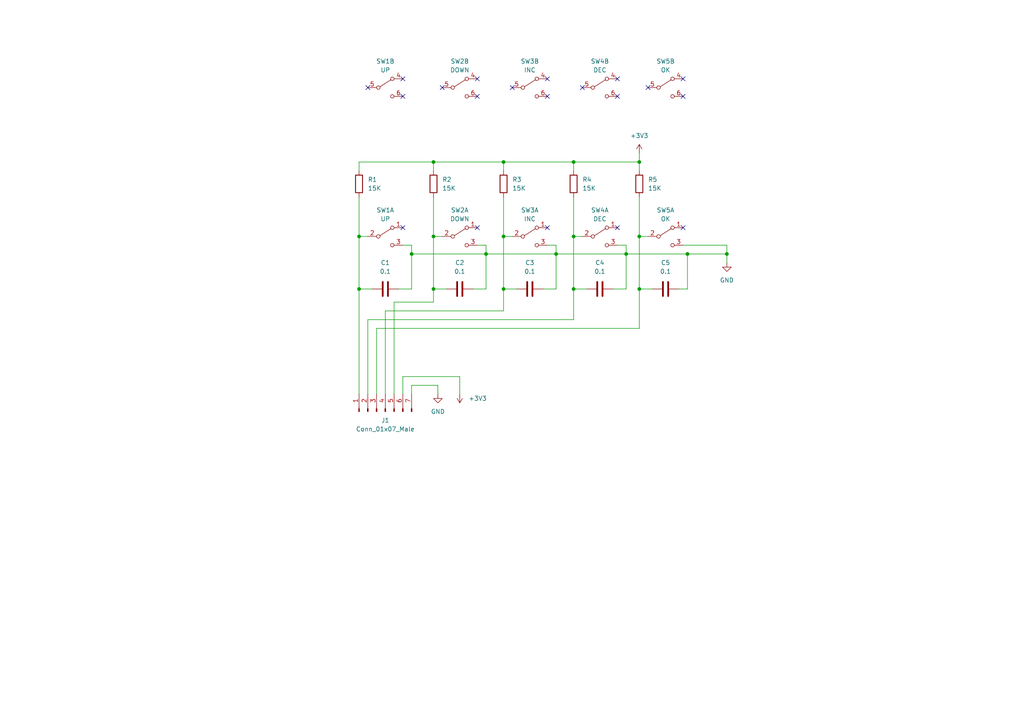
<source format=kicad_sch>
(kicad_sch (version 20211123) (generator eeschema)
  (paper "A4")
  (lib_symbols
    (symbol "Connector:Conn_01x07_Male" (pin_names (offset 1.016) hide)
      (property "Reference" "J" (at 0 10.16 0))
      (property "Value" "Conn_01x07_Male" (at 0 -10.16 0))
      (symbol "Conn_01x07_Male_1_1"
        (polyline (pts (xy 1.27 -7.62) (xy 0.8636 -7.62)) (stroke (width 0.1524)))
        (polyline (pts (xy 1.27 -5.08) (xy 0.8636 -5.08)) (stroke (width 0.1524)))
        (polyline (pts (xy 1.27 -2.54) (xy 0.8636 -2.54)) (stroke (width 0.1524)))
        (polyline (pts (xy 1.27 0) (xy 0.8636 0)) (stroke (width 0.1524)))
        (polyline (pts (xy 1.27 2.54) (xy 0.8636 2.54)) (stroke (width 0.1524)))
        (polyline (pts (xy 1.27 5.08) (xy 0.8636 5.08)) (stroke (width 0.1524)))
        (polyline (pts (xy 1.27 7.62) (xy 0.8636 7.62)) (stroke (width 0.1524)))
        (rectangle (start 0.8636 -7.493) (end 0 -7.747) (stroke (width 0.1524)) (fill (type outline)))
        (rectangle (start 0.8636 -4.953) (end 0 -5.207) (stroke (width 0.1524)) (fill (type outline)))
        (rectangle (start 0.8636 -2.413) (end 0 -2.667) (stroke (width 0.1524)) (fill (type outline)))
        (rectangle (start 0.8636 0.127) (end 0 -0.127) (stroke (width 0.1524)) (fill (type outline)))
        (rectangle (start 0.8636 2.667) (end 0 2.413) (stroke (width 0.1524)) (fill (type outline)))
        (rectangle (start 0.8636 5.207) (end 0 4.953) (stroke (width 0.1524)) (fill (type outline)))
        (rectangle (start 0.8636 7.747) (end 0 7.493) (stroke (width 0.1524)) (fill (type outline)))
        (pin passive line (at 5.08 7.62 180) (length 3.81) (name "Pin_1") (number "1"))
        (pin passive line (at 5.08 5.08 180) (length 3.81) (name "Pin_2") (number "2"))
        (pin passive line (at 5.08 2.54 180) (length 3.81) (name "Pin_3") (number "3"))
        (pin passive line (at 5.08 0 180) (length 3.81) (name "Pin_4") (number "4"))
        (pin passive line (at 5.08 -2.54 180) (length 3.81) (name "Pin_5") (number "5"))
        (pin passive line (at 5.08 -5.08 180) (length 3.81) (name "Pin_6") (number "6"))
        (pin passive line (at 5.08 -7.62 180) (length 3.81) (name "Pin_7") (number "7"))
      )
    )
    (symbol "Device:C" (pin_numbers hide) (pin_names (offset 0.254))
      (property "Reference" "C" (at 0.635 2.54 0))
      (property "Value" "C" (at 0.635 -2.54 0))
      (symbol "C_0_1"
        (polyline (pts (xy -2.032 -0.762) (xy 2.032 -0.762)) (stroke (width 0.508)))
        (polyline (pts (xy -2.032 0.762) (xy 2.032 0.762)) (stroke (width 0.508)))
      )
      (symbol "C_1_1"
        (pin passive line (at 0 3.81 270) (length 2.794) (name "~") (number "1"))
        (pin passive line (at 0 -3.81 90) (length 2.794) (name "~") (number "2"))
      )
    )
    (symbol "Device:R" (pin_numbers hide) (pin_names (offset 0))
      (property "Reference" "R" (at 2.032 0 90))
      (property "Value" "R" (at 0 0 90))
      (symbol "R_0_1"
        (rectangle (start -1.016 -2.54) (end 1.016 2.54) (stroke (width 0.254)))
      )
      (symbol "R_1_1"
        (pin passive line (at 0 3.81 270) (length 1.27) (name "~") (number "1"))
        (pin passive line (at 0 -3.81 90) (length 1.27) (name "~") (number "2"))
      )
    )
    (symbol "Switch:SW_DPDT_x2" (pin_names (offset 0) hide)
      (property "Reference" "SW" (at 0 4.318 0))
      (property "Value" "SW_DPDT_x2" (at 0 -5.08 0))
      (symbol "SW_DPDT_x2_0_0"
        (circle (center -2.032 0) (radius 0.508))
        (circle (center 2.032 -2.54) (radius 0.508))
      )
      (symbol "SW_DPDT_x2_0_1"
        (polyline (pts (xy -1.524 0.254) (xy 1.651 2.286)))
        (circle (center 2.032 2.54) (radius 0.508))
      )
      (symbol "SW_DPDT_x2_1_1"
        (pin passive line (at 5.08 2.54 180) (length 2.54) (name "A") (number "1"))
        (pin passive line (at -5.08 0 0) (length 2.54) (name "B") (number "2"))
        (pin passive line (at 5.08 -2.54 180) (length 2.54) (name "C") (number "3"))
      )
      (symbol "SW_DPDT_x2_2_1"
        (pin passive line (at 5.08 2.54 180) (length 2.54) (name "A") (number "4"))
        (pin passive line (at -5.08 0 0) (length 2.54) (name "B") (number "5"))
        (pin passive line (at 5.08 -2.54 180) (length 2.54) (name "C") (number "6"))
      )
    )
    (symbol "power:+3V3" (power) (pin_names (offset 0))
      (property "Value" "+3V3" (at 0 3.556 0))
      (symbol "+3V3_0_1"
        (polyline (pts (xy -0.762 1.27) (xy 0 2.54)))
        (polyline (pts (xy 0 0) (xy 0 2.54)))
        (polyline (pts (xy 0 2.54) (xy 0.762 1.27)))
      )
      (symbol "+3V3_1_1"
        (pin power_in line (at 0 0 90) (length 0) hide (name "+3V3") (number "1"))
      )
    )
    (symbol "power:GND" (power) (pin_names (offset 0))
      (property "Value" "GND" (at 0 -3.81 0))
      (symbol "GND_0_1"
        (polyline (pts (xy 0 0) (xy 0 -1.27) (xy 1.27 -1.27) (xy 0 -2.54) (xy -1.27 -1.27) (xy 0 -1.27)))
      )
      (symbol "GND_1_1"
        (pin power_in line (at 0 0 270) (length 0) hide (name "GND") (number "1"))
      )
    )
  )
  (junction (at 146.05 46.99))
  (junction (at 166.37 46.99))
  (junction (at 185.42 68.58))
  (junction (at 185.42 83.82))
  (junction (at 104.14 68.58))
  (junction (at 104.14 83.82))
  (junction (at 125.73 68.58))
  (junction (at 166.37 68.58))
  (junction (at 119.38 73.66))
  (junction (at 146.05 68.58))
  (junction (at 125.73 83.82))
  (junction (at 181.61 73.66))
  (junction (at 210.82 73.66))
  (junction (at 166.37 83.82))
  (junction (at 146.05 83.82))
  (junction (at 140.97 73.66))
  (junction (at 125.73 46.99))
  (junction (at 185.42 46.99))
  (junction (at 199.39 73.66))
  (junction (at 161.29 73.66))
  (no_connect (at 128.27 25.4))
  (no_connect (at 158.75 22.86))
  (no_connect (at 179.07 27.94))
  (no_connect (at 116.84 22.86))
  (no_connect (at 138.43 27.94))
  (no_connect (at 138.43 22.86))
  (no_connect (at 158.75 27.94))
  (no_connect (at 116.84 27.94))
  (no_connect (at 106.68 25.4))
  (no_connect (at 179.07 66.04))
  (no_connect (at 198.12 66.04))
  (no_connect (at 158.75 66.04))
  (no_connect (at 138.43 66.04))
  (no_connect (at 148.59 25.4))
  (no_connect (at 198.12 22.86))
  (no_connect (at 198.12 27.94))
  (no_connect (at 179.07 22.86))
  (no_connect (at 187.96 25.4))
  (no_connect (at 116.84 66.04))
  (no_connect (at 168.91 25.4))
  (wire (pts (xy 166.37 83.82) (xy 166.37 68.58)))
  (wire (pts (xy 166.37 68.58) (xy 166.37 57.15)))
  (wire (pts (xy 125.73 87.63) (xy 125.73 83.82)))
  (wire (pts (xy 199.39 73.66) (xy 199.39 83.82)))
  (wire (pts (xy 119.38 111.76) (xy 127 111.76)))
  (wire (pts (xy 104.14 83.82) (xy 104.14 114.3)))
  (wire (pts (xy 138.43 71.12) (xy 140.97 71.12)))
  (wire (pts (xy 199.39 73.66) (xy 210.82 73.66)))
  (wire (pts (xy 125.73 49.53) (xy 125.73 46.99)))
  (wire (pts (xy 104.14 49.53) (xy 104.14 46.99)))
  (wire (pts (xy 146.05 90.17) (xy 111.76 90.17)))
  (wire (pts (xy 170.18 83.82) (xy 166.37 83.82)))
  (wire (pts (xy 129.54 83.82) (xy 125.73 83.82)))
  (wire (pts (xy 116.84 71.12) (xy 119.38 71.12)))
  (wire (pts (xy 185.42 83.82) (xy 185.42 68.58)))
  (wire (pts (xy 119.38 114.3) (xy 119.38 111.76)))
  (wire (pts (xy 125.73 87.63) (xy 114.3 87.63)))
  (wire (pts (xy 148.59 68.58) (xy 146.05 68.58)))
  (wire (pts (xy 149.86 83.82) (xy 146.05 83.82)))
  (wire (pts (xy 157.48 83.82) (xy 161.29 83.82)))
  (wire (pts (xy 146.05 46.99) (xy 166.37 46.99)))
  (wire (pts (xy 210.82 71.12) (xy 198.12 71.12)))
  (wire (pts (xy 179.07 71.12) (xy 181.61 71.12)))
  (wire (pts (xy 125.73 46.99) (xy 146.05 46.99)))
  (wire (pts (xy 140.97 71.12) (xy 140.97 73.66)))
  (wire (pts (xy 137.16 83.82) (xy 140.97 83.82)))
  (wire (pts (xy 146.05 83.82) (xy 146.05 68.58)))
  (wire (pts (xy 119.38 71.12) (xy 119.38 73.66)))
  (wire (pts (xy 185.42 95.25) (xy 109.22 95.25)))
  (wire (pts (xy 189.23 83.82) (xy 185.42 83.82)))
  (wire (pts (xy 161.29 83.82) (xy 161.29 73.66)))
  (wire (pts (xy 140.97 73.66) (xy 161.29 73.66)))
  (wire (pts (xy 166.37 92.71) (xy 166.37 83.82)))
  (wire (pts (xy 210.82 73.66) (xy 210.82 71.12)))
  (wire (pts (xy 146.05 90.17) (xy 146.05 83.82)))
  (wire (pts (xy 146.05 68.58) (xy 146.05 57.15)))
  (wire (pts (xy 161.29 73.66) (xy 181.61 73.66)))
  (wire (pts (xy 109.22 95.25) (xy 109.22 114.3)))
  (wire (pts (xy 168.91 68.58) (xy 166.37 68.58)))
  (wire (pts (xy 210.82 76.2) (xy 210.82 73.66)))
  (wire (pts (xy 104.14 68.58) (xy 104.14 57.15)))
  (wire (pts (xy 116.84 109.22) (xy 116.84 114.3)))
  (wire (pts (xy 166.37 46.99) (xy 185.42 46.99)))
  (wire (pts (xy 181.61 71.12) (xy 181.61 73.66)))
  (wire (pts (xy 114.3 87.63) (xy 114.3 114.3)))
  (wire (pts (xy 133.35 109.22) (xy 116.84 109.22)))
  (wire (pts (xy 140.97 83.82) (xy 140.97 73.66)))
  (wire (pts (xy 104.14 83.82) (xy 107.95 83.82)))
  (wire (pts (xy 185.42 44.45) (xy 185.42 46.99)))
  (wire (pts (xy 146.05 49.53) (xy 146.05 46.99)))
  (wire (pts (xy 196.85 83.82) (xy 199.39 83.82)))
  (wire (pts (xy 166.37 49.53) (xy 166.37 46.99)))
  (wire (pts (xy 125.73 68.58) (xy 125.73 57.15)))
  (wire (pts (xy 119.38 73.66) (xy 140.97 73.66)))
  (wire (pts (xy 127 111.76) (xy 127 114.3)))
  (wire (pts (xy 119.38 83.82) (xy 119.38 73.66)))
  (wire (pts (xy 177.8 83.82) (xy 181.61 83.82)))
  (wire (pts (xy 185.42 95.25) (xy 185.42 83.82)))
  (wire (pts (xy 166.37 92.71) (xy 106.68 92.71)))
  (wire (pts (xy 185.42 68.58) (xy 185.42 57.15)))
  (wire (pts (xy 161.29 71.12) (xy 161.29 73.66)))
  (wire (pts (xy 111.76 90.17) (xy 111.76 114.3)))
  (wire (pts (xy 115.57 83.82) (xy 119.38 83.82)))
  (wire (pts (xy 104.14 46.99) (xy 125.73 46.99)))
  (wire (pts (xy 181.61 83.82) (xy 181.61 73.66)))
  (wire (pts (xy 187.96 68.58) (xy 185.42 68.58)))
  (wire (pts (xy 158.75 71.12) (xy 161.29 71.12)))
  (wire (pts (xy 181.61 73.66) (xy 199.39 73.66)))
  (wire (pts (xy 125.73 68.58) (xy 125.73 83.82)))
  (wire (pts (xy 185.42 46.99) (xy 185.42 49.53)))
  (wire (pts (xy 104.14 83.82) (xy 104.14 68.58)))
  (wire (pts (xy 106.68 68.58) (xy 104.14 68.58)))
  (wire (pts (xy 128.27 68.58) (xy 125.73 68.58)))
  (wire (pts (xy 133.35 114.3) (xy 133.35 109.22)))
  (wire (pts (xy 106.68 92.71) (xy 106.68 114.3)))
  (symbol (lib_id "Device:C") (at 133.35 83.82 90) (unit 1)
    (property "Reference" "C2" (at 133.35 76.2 90))
    (property "Value" "0.1" (at 133.35 78.74 90))
    (property "Footprint" "Capacitor_SMD:C_1206_3216Metric_Pad1.33x1.80mm_HandSolder" (effects hide))
  )
  (symbol (lib_id "Device:C") (at 173.99 83.82 90) (unit 1)
    (property "Reference" "C4" (at 173.99 76.2 90))
    (property "Value" "0.1" (at 173.99 78.74 90))
    (property "Footprint" "Capacitor_SMD:C_1206_3216Metric_Pad1.33x1.80mm_HandSolder" (effects hide))
  )
  (symbol (lib_id "Switch:SW_DPDT_x2") (at 193.04 25.4 0) (unit 2)
    (property "Reference" "SW5" (at 193.04 17.78 0))
    (property "Value" "OK" (at 193.04 20.32 0))
    (property "Footprint" "quaz_btn_part:BTN13" (effects hide))
  )
  (symbol (lib_id "Switch:SW_DPDT_x2") (at 153.67 25.4 0) (unit 2)
    (property "Reference" "SW3" (at 153.67 17.78 0))
    (property "Value" "INC" (at 153.67 20.32 0))
    (property "Footprint" "quaz_btn_part:BTN13" (effects hide))
  )
  (symbol (lib_id "power:+3V3") (at 185.42 44.45 0) (unit 1)
    (property "Reference" "#PWR0102" (effects hide))
    (property "Value" "+3V3" (at 185.42 39.37 0))
  )
  (symbol (lib_id "Device:C") (at 153.67 83.82 90) (unit 1)
    (property "Reference" "C3" (at 153.67 76.2 90))
    (property "Value" "0.1" (at 153.67 78.74 90))
    (property "Footprint" "Capacitor_SMD:C_1206_3216Metric_Pad1.33x1.80mm_HandSolder" (effects hide))
  )
  (symbol (lib_id "Device:C") (at 193.04 83.82 90) (unit 1)
    (property "Reference" "C5" (at 193.04 76.2 90))
    (property "Value" "0.1" (at 193.04 78.74 90))
    (property "Footprint" "Capacitor_SMD:C_1206_3216Metric_Pad1.33x1.80mm_HandSolder" (effects hide))
  )
  (symbol (lib_id "Switch:SW_DPDT_x2") (at 173.99 68.58 0) (unit 1)
    (property "Reference" "SW4" (at 173.99 60.96 0))
    (property "Value" "DEC" (at 173.99 63.5 0))
    (property "Footprint" "quaz_btn_part:BTN13" (effects hide))
  )
  (symbol (lib_id "Device:R") (at 146.05 53.34 0) (unit 1)
    (property "Reference" "R3" (at 148.59 52.0699 0) (effects (justify left)))
    (property "Value" "15K" (at 148.59 54.6099 0) (effects (justify left)))
    (property "Footprint" "Resistor_SMD:R_1206_3216Metric_Pad1.30x1.75mm_HandSolder" (effects hide))
  )
  (symbol (lib_id "Connector:Conn_01x07_Male") (at 111.76 119.38 90) (unit 1)
    (property "Reference" "J1" (at 111.76 121.92 90))
    (property "Value" "Conn_01x07_Male" (at 111.76 124.46 90))
    (property "Footprint" "Connector_PinHeader_2.54mm:PinHeader_1x07_P2.54mm_Vertical" (effects hide))
  )
  (symbol (lib_id "Device:R") (at 104.14 53.34 0) (unit 1)
    (property "Reference" "R1" (at 106.68 52.0699 0) (effects (justify left)))
    (property "Value" "15K" (at 106.68 54.6099 0) (effects (justify left)))
    (property "Footprint" "Resistor_SMD:R_1206_3216Metric_Pad1.30x1.75mm_HandSolder" (effects hide))
  )
  (symbol (lib_id "Switch:SW_DPDT_x2") (at 133.35 68.58 0) (unit 1)
    (property "Reference" "SW2" (at 133.35 60.96 0))
    (property "Value" "DOWN" (at 133.35 63.5 0))
    (property "Footprint" "quaz_btn_part:BTN13" (effects hide))
  )
  (symbol (lib_id "Switch:SW_DPDT_x2") (at 173.99 25.4 0) (unit 2)
    (property "Reference" "SW4" (at 173.99 17.78 0))
    (property "Value" "DEC" (at 173.99 20.32 0))
    (property "Footprint" "quaz_btn_part:BTN13" (effects hide))
  )
  (symbol (lib_id "Switch:SW_DPDT_x2") (at 153.67 68.58 0) (unit 1)
    (property "Reference" "SW3" (at 153.67 60.96 0))
    (property "Value" "INC" (at 153.67 63.5 0))
    (property "Footprint" "quaz_btn_part:BTN13" (effects hide))
  )
  (symbol (lib_id "Device:R") (at 125.73 53.34 0) (unit 1)
    (property "Reference" "R2" (at 128.27 52.0699 0) (effects (justify left)))
    (property "Value" "15K" (at 128.27 54.6099 0) (effects (justify left)))
    (property "Footprint" "Resistor_SMD:R_1206_3216Metric_Pad1.30x1.75mm_HandSolder" (effects hide))
  )
  (symbol (lib_id "Switch:SW_DPDT_x2") (at 193.04 68.58 0) (unit 1)
    (property "Reference" "SW5" (at 193.04 60.96 0))
    (property "Value" "OK" (at 193.04 63.5 0))
    (property "Footprint" "quaz_btn_part:BTN13" (effects hide))
  )
  (symbol (lib_id "Switch:SW_DPDT_x2") (at 133.35 25.4 0) (unit 2)
    (property "Reference" "SW2" (at 133.35 17.78 0))
    (property "Value" "DOWN" (at 133.35 20.32 0))
    (property "Footprint" "quaz_btn_part:BTN13" (effects hide))
  )
  (symbol (lib_id "Device:R") (at 166.37 53.34 0) (unit 1)
    (property "Reference" "R4" (at 168.91 52.0699 0) (effects (justify left)))
    (property "Value" "15K" (at 168.91 54.6099 0) (effects (justify left)))
    (property "Footprint" "Resistor_SMD:R_1206_3216Metric_Pad1.30x1.75mm_HandSolder" (effects hide))
  )
  (symbol (lib_id "power:GND") (at 127 114.3 0) (unit 1)
    (property "Reference" "#PWR0103" (effects hide))
    (property "Value" "GND" (at 127 119.38 0))
  )
  (symbol (lib_id "Device:C") (at 111.76 83.82 90) (unit 1)
    (property "Reference" "C1" (at 111.76 76.2 90))
    (property "Value" "0.1" (at 111.76 78.74 90))
    (property "Footprint" "Capacitor_SMD:C_1206_3216Metric_Pad1.33x1.80mm_HandSolder" (effects hide))
  )
  (symbol (lib_id "Device:R") (at 185.42 53.34 0) (unit 1)
    (property "Reference" "R5" (at 187.96 52.0699 0) (effects (justify left)))
    (property "Value" "15K" (at 187.96 54.6099 0) (effects (justify left)))
    (property "Footprint" "Resistor_SMD:R_1206_3216Metric_Pad1.30x1.75mm_HandSolder" (effects hide))
  )
  (symbol (lib_id "Switch:SW_DPDT_x2") (at 111.76 68.58 0) (unit 1)
    (property "Reference" "SW1" (at 111.76 60.96 0))
    (property "Value" "UP" (at 111.76 63.5 0))
    (property "Footprint" "quaz_btn_part:BTN13" (effects hide))
  )
  (symbol (lib_id "Switch:SW_DPDT_x2") (at 111.76 25.4 0) (unit 2)
    (property "Reference" "SW1" (at 111.76 17.78 0))
    (property "Value" "UP" (at 111.76 20.32 0))
    (property "Footprint" "quaz_btn_part:BTN13" (effects hide))
  )
  (symbol (lib_id "power:GND") (at 210.82 76.2 0) (unit 1)
    (property "Reference" "#PWR0101" (effects hide))
    (property "Value" "GND" (at 210.82 81.28 0))
  )
  (symbol (lib_id "power:+3V3") (at 133.35 114.3 180) (unit 1)
    (property "Reference" "#PWR0104" (effects hide))
    (property "Value" "+3V3" (at 135.89 115.5699 0) (effects (justify right)))
  )
)
</source>
